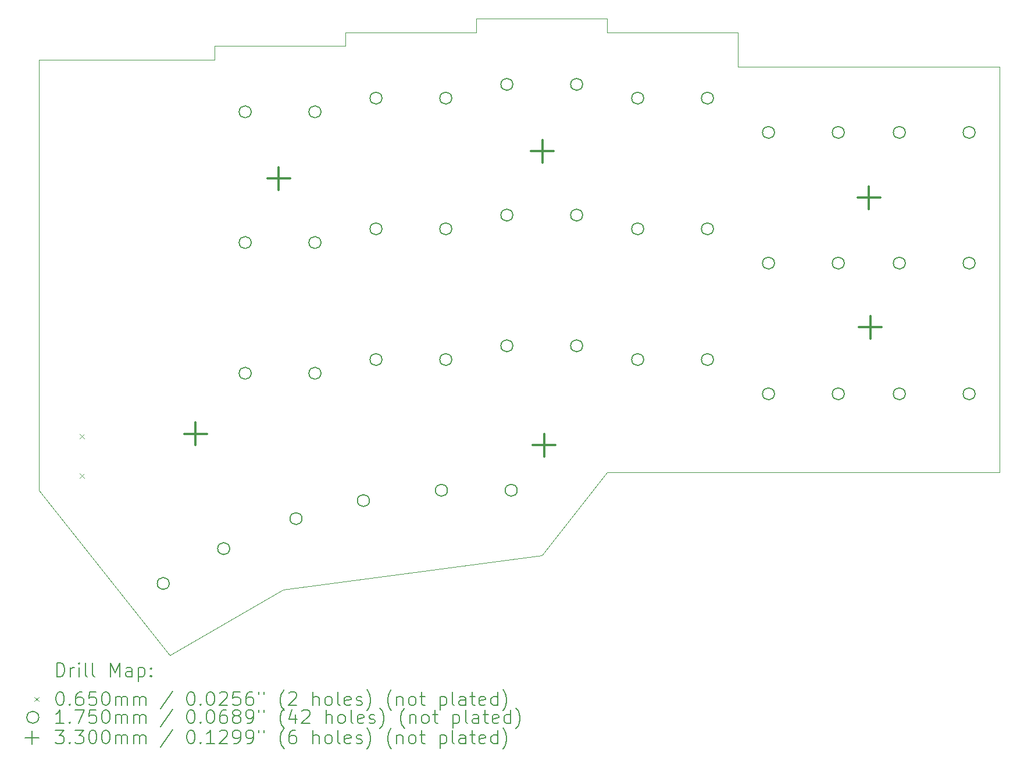
<source format=gbr>
%TF.GenerationSoftware,KiCad,Pcbnew,8.0.3*%
%TF.CreationDate,2024-06-14T18:21:21-07:00*%
%TF.ProjectId,Keyboard,4b657962-6f61-4726-942e-6b696361645f,rev?*%
%TF.SameCoordinates,Original*%
%TF.FileFunction,Drillmap*%
%TF.FilePolarity,Positive*%
%FSLAX45Y45*%
G04 Gerber Fmt 4.5, Leading zero omitted, Abs format (unit mm)*
G04 Created by KiCad (PCBNEW 8.0.3) date 2024-06-14 18:21:21*
%MOMM*%
%LPD*%
G01*
G04 APERTURE LIST*
%ADD10C,0.050000*%
%ADD11C,0.200000*%
%ADD12C,0.100000*%
%ADD13C,0.175000*%
%ADD14C,0.330000*%
G04 APERTURE END LIST*
D10*
X16724500Y-19421000D02*
X20534500Y-19421000D01*
X12914500Y-18921000D02*
X12914500Y-18721000D01*
X9104500Y-19121000D02*
X11009500Y-19121000D01*
X14819500Y-18921000D02*
X16724500Y-18921000D01*
X12914500Y-18721000D02*
X14819500Y-18721000D01*
X6547000Y-25596000D02*
X6548000Y-19321000D01*
X20534500Y-19421000D02*
X20534500Y-25336000D01*
X14819500Y-25336000D02*
X13870000Y-26545000D01*
X13870000Y-26545000D02*
X10100000Y-27045000D01*
X8450222Y-27997500D02*
X6547000Y-25596000D01*
X16724500Y-18921000D02*
X16724500Y-19421000D01*
X14819500Y-18721000D02*
X14819500Y-18921000D01*
X20534500Y-25336000D02*
X14819500Y-25336000D01*
X11009500Y-18921000D02*
X12914500Y-18921000D01*
X9104500Y-19321000D02*
X9104500Y-19121000D01*
X6548000Y-19321000D02*
X9104500Y-19321000D01*
X11009500Y-19121000D02*
X11009500Y-18921000D01*
X10100000Y-27045000D02*
X8450222Y-27997500D01*
D11*
D12*
X7143500Y-24773500D02*
X7208500Y-24838500D01*
X7208500Y-24773500D02*
X7143500Y-24838500D01*
X7143500Y-25351500D02*
X7208500Y-25416500D01*
X7208500Y-25351500D02*
X7143500Y-25416500D01*
D13*
X8443559Y-26954000D02*
G75*
G02*
X8268559Y-26954000I-87500J0D01*
G01*
X8268559Y-26954000D02*
G75*
G02*
X8443559Y-26954000I87500J0D01*
G01*
X9323441Y-26446000D02*
G75*
G02*
X9148441Y-26446000I-87500J0D01*
G01*
X9148441Y-26446000D02*
G75*
G02*
X9323441Y-26446000I87500J0D01*
G01*
X9636500Y-20080000D02*
G75*
G02*
X9461500Y-20080000I-87500J0D01*
G01*
X9461500Y-20080000D02*
G75*
G02*
X9636500Y-20080000I87500J0D01*
G01*
X9636500Y-21985000D02*
G75*
G02*
X9461500Y-21985000I-87500J0D01*
G01*
X9461500Y-21985000D02*
G75*
G02*
X9636500Y-21985000I87500J0D01*
G01*
X9636500Y-23890000D02*
G75*
G02*
X9461500Y-23890000I-87500J0D01*
G01*
X9461500Y-23890000D02*
G75*
G02*
X9636500Y-23890000I87500J0D01*
G01*
X10376810Y-26008480D02*
G75*
G02*
X10201810Y-26008480I-87500J0D01*
G01*
X10201810Y-26008480D02*
G75*
G02*
X10376810Y-26008480I87500J0D01*
G01*
X10652500Y-20080000D02*
G75*
G02*
X10477500Y-20080000I-87500J0D01*
G01*
X10477500Y-20080000D02*
G75*
G02*
X10652500Y-20080000I87500J0D01*
G01*
X10652500Y-21985000D02*
G75*
G02*
X10477500Y-21985000I-87500J0D01*
G01*
X10477500Y-21985000D02*
G75*
G02*
X10652500Y-21985000I87500J0D01*
G01*
X10652500Y-23890000D02*
G75*
G02*
X10477500Y-23890000I-87500J0D01*
G01*
X10477500Y-23890000D02*
G75*
G02*
X10652500Y-23890000I87500J0D01*
G01*
X11358190Y-25745520D02*
G75*
G02*
X11183190Y-25745520I-87500J0D01*
G01*
X11183190Y-25745520D02*
G75*
G02*
X11358190Y-25745520I87500J0D01*
G01*
X11541500Y-19880000D02*
G75*
G02*
X11366500Y-19880000I-87500J0D01*
G01*
X11366500Y-19880000D02*
G75*
G02*
X11541500Y-19880000I87500J0D01*
G01*
X11541500Y-21785000D02*
G75*
G02*
X11366500Y-21785000I-87500J0D01*
G01*
X11366500Y-21785000D02*
G75*
G02*
X11541500Y-21785000I87500J0D01*
G01*
X11541500Y-23690000D02*
G75*
G02*
X11366500Y-23690000I-87500J0D01*
G01*
X11366500Y-23690000D02*
G75*
G02*
X11541500Y-23690000I87500J0D01*
G01*
X12494000Y-25595000D02*
G75*
G02*
X12319000Y-25595000I-87500J0D01*
G01*
X12319000Y-25595000D02*
G75*
G02*
X12494000Y-25595000I87500J0D01*
G01*
X12557500Y-19880000D02*
G75*
G02*
X12382500Y-19880000I-87500J0D01*
G01*
X12382500Y-19880000D02*
G75*
G02*
X12557500Y-19880000I87500J0D01*
G01*
X12557500Y-21785000D02*
G75*
G02*
X12382500Y-21785000I-87500J0D01*
G01*
X12382500Y-21785000D02*
G75*
G02*
X12557500Y-21785000I87500J0D01*
G01*
X12557500Y-23690000D02*
G75*
G02*
X12382500Y-23690000I-87500J0D01*
G01*
X12382500Y-23690000D02*
G75*
G02*
X12557500Y-23690000I87500J0D01*
G01*
X13446500Y-19680000D02*
G75*
G02*
X13271500Y-19680000I-87500J0D01*
G01*
X13271500Y-19680000D02*
G75*
G02*
X13446500Y-19680000I87500J0D01*
G01*
X13446500Y-21585000D02*
G75*
G02*
X13271500Y-21585000I-87500J0D01*
G01*
X13271500Y-21585000D02*
G75*
G02*
X13446500Y-21585000I87500J0D01*
G01*
X13446500Y-23490000D02*
G75*
G02*
X13271500Y-23490000I-87500J0D01*
G01*
X13271500Y-23490000D02*
G75*
G02*
X13446500Y-23490000I87500J0D01*
G01*
X13510000Y-25595000D02*
G75*
G02*
X13335000Y-25595000I-87500J0D01*
G01*
X13335000Y-25595000D02*
G75*
G02*
X13510000Y-25595000I87500J0D01*
G01*
X14462500Y-19680000D02*
G75*
G02*
X14287500Y-19680000I-87500J0D01*
G01*
X14287500Y-19680000D02*
G75*
G02*
X14462500Y-19680000I87500J0D01*
G01*
X14462500Y-21585000D02*
G75*
G02*
X14287500Y-21585000I-87500J0D01*
G01*
X14287500Y-21585000D02*
G75*
G02*
X14462500Y-21585000I87500J0D01*
G01*
X14462500Y-23490000D02*
G75*
G02*
X14287500Y-23490000I-87500J0D01*
G01*
X14287500Y-23490000D02*
G75*
G02*
X14462500Y-23490000I87500J0D01*
G01*
X15351500Y-19880000D02*
G75*
G02*
X15176500Y-19880000I-87500J0D01*
G01*
X15176500Y-19880000D02*
G75*
G02*
X15351500Y-19880000I87500J0D01*
G01*
X15351500Y-21785000D02*
G75*
G02*
X15176500Y-21785000I-87500J0D01*
G01*
X15176500Y-21785000D02*
G75*
G02*
X15351500Y-21785000I87500J0D01*
G01*
X15351500Y-23690000D02*
G75*
G02*
X15176500Y-23690000I-87500J0D01*
G01*
X15176500Y-23690000D02*
G75*
G02*
X15351500Y-23690000I87500J0D01*
G01*
X16367500Y-19880000D02*
G75*
G02*
X16192500Y-19880000I-87500J0D01*
G01*
X16192500Y-19880000D02*
G75*
G02*
X16367500Y-19880000I87500J0D01*
G01*
X16367500Y-21785000D02*
G75*
G02*
X16192500Y-21785000I-87500J0D01*
G01*
X16192500Y-21785000D02*
G75*
G02*
X16367500Y-21785000I87500J0D01*
G01*
X16367500Y-23690000D02*
G75*
G02*
X16192500Y-23690000I-87500J0D01*
G01*
X16192500Y-23690000D02*
G75*
G02*
X16367500Y-23690000I87500J0D01*
G01*
X17256500Y-20380000D02*
G75*
G02*
X17081500Y-20380000I-87500J0D01*
G01*
X17081500Y-20380000D02*
G75*
G02*
X17256500Y-20380000I87500J0D01*
G01*
X17256500Y-22285000D02*
G75*
G02*
X17081500Y-22285000I-87500J0D01*
G01*
X17081500Y-22285000D02*
G75*
G02*
X17256500Y-22285000I87500J0D01*
G01*
X17256500Y-24190000D02*
G75*
G02*
X17081500Y-24190000I-87500J0D01*
G01*
X17081500Y-24190000D02*
G75*
G02*
X17256500Y-24190000I87500J0D01*
G01*
X18272500Y-20380000D02*
G75*
G02*
X18097500Y-20380000I-87500J0D01*
G01*
X18097500Y-20380000D02*
G75*
G02*
X18272500Y-20380000I87500J0D01*
G01*
X18272500Y-22285000D02*
G75*
G02*
X18097500Y-22285000I-87500J0D01*
G01*
X18097500Y-22285000D02*
G75*
G02*
X18272500Y-22285000I87500J0D01*
G01*
X18272500Y-24190000D02*
G75*
G02*
X18097500Y-24190000I-87500J0D01*
G01*
X18097500Y-24190000D02*
G75*
G02*
X18272500Y-24190000I87500J0D01*
G01*
X19161500Y-20380000D02*
G75*
G02*
X18986500Y-20380000I-87500J0D01*
G01*
X18986500Y-20380000D02*
G75*
G02*
X19161500Y-20380000I87500J0D01*
G01*
X19161500Y-22285000D02*
G75*
G02*
X18986500Y-22285000I-87500J0D01*
G01*
X18986500Y-22285000D02*
G75*
G02*
X19161500Y-22285000I87500J0D01*
G01*
X19161500Y-24190000D02*
G75*
G02*
X18986500Y-24190000I-87500J0D01*
G01*
X18986500Y-24190000D02*
G75*
G02*
X19161500Y-24190000I87500J0D01*
G01*
X20177500Y-20380000D02*
G75*
G02*
X20002500Y-20380000I-87500J0D01*
G01*
X20002500Y-20380000D02*
G75*
G02*
X20177500Y-20380000I87500J0D01*
G01*
X20177500Y-22285000D02*
G75*
G02*
X20002500Y-22285000I-87500J0D01*
G01*
X20002500Y-22285000D02*
G75*
G02*
X20177500Y-22285000I87500J0D01*
G01*
X20177500Y-24190000D02*
G75*
G02*
X20002500Y-24190000I-87500J0D01*
G01*
X20002500Y-24190000D02*
G75*
G02*
X20177500Y-24190000I87500J0D01*
G01*
D14*
X8825000Y-24607000D02*
X8825000Y-24937000D01*
X8660000Y-24772000D02*
X8990000Y-24772000D01*
X10038000Y-20886000D02*
X10038000Y-21216000D01*
X9873000Y-21051000D02*
X10203000Y-21051000D01*
X13877000Y-20489000D02*
X13877000Y-20819000D01*
X13712000Y-20654000D02*
X14042000Y-20654000D01*
X13904000Y-24771000D02*
X13904000Y-25101000D01*
X13739000Y-24936000D02*
X14069000Y-24936000D01*
X18631000Y-21167000D02*
X18631000Y-21497000D01*
X18466000Y-21332000D02*
X18796000Y-21332000D01*
X18651000Y-23055000D02*
X18651000Y-23385000D01*
X18486000Y-23220000D02*
X18816000Y-23220000D01*
D11*
X6805277Y-28311484D02*
X6805277Y-28111484D01*
X6805277Y-28111484D02*
X6852896Y-28111484D01*
X6852896Y-28111484D02*
X6881467Y-28121008D01*
X6881467Y-28121008D02*
X6900515Y-28140055D01*
X6900515Y-28140055D02*
X6910039Y-28159103D01*
X6910039Y-28159103D02*
X6919562Y-28197198D01*
X6919562Y-28197198D02*
X6919562Y-28225769D01*
X6919562Y-28225769D02*
X6910039Y-28263865D01*
X6910039Y-28263865D02*
X6900515Y-28282912D01*
X6900515Y-28282912D02*
X6881467Y-28301960D01*
X6881467Y-28301960D02*
X6852896Y-28311484D01*
X6852896Y-28311484D02*
X6805277Y-28311484D01*
X7005277Y-28311484D02*
X7005277Y-28178150D01*
X7005277Y-28216246D02*
X7014801Y-28197198D01*
X7014801Y-28197198D02*
X7024324Y-28187674D01*
X7024324Y-28187674D02*
X7043372Y-28178150D01*
X7043372Y-28178150D02*
X7062420Y-28178150D01*
X7129086Y-28311484D02*
X7129086Y-28178150D01*
X7129086Y-28111484D02*
X7119562Y-28121008D01*
X7119562Y-28121008D02*
X7129086Y-28130531D01*
X7129086Y-28130531D02*
X7138610Y-28121008D01*
X7138610Y-28121008D02*
X7129086Y-28111484D01*
X7129086Y-28111484D02*
X7129086Y-28130531D01*
X7252896Y-28311484D02*
X7233848Y-28301960D01*
X7233848Y-28301960D02*
X7224324Y-28282912D01*
X7224324Y-28282912D02*
X7224324Y-28111484D01*
X7357658Y-28311484D02*
X7338610Y-28301960D01*
X7338610Y-28301960D02*
X7329086Y-28282912D01*
X7329086Y-28282912D02*
X7329086Y-28111484D01*
X7586229Y-28311484D02*
X7586229Y-28111484D01*
X7586229Y-28111484D02*
X7652896Y-28254341D01*
X7652896Y-28254341D02*
X7719562Y-28111484D01*
X7719562Y-28111484D02*
X7719562Y-28311484D01*
X7900515Y-28311484D02*
X7900515Y-28206722D01*
X7900515Y-28206722D02*
X7890991Y-28187674D01*
X7890991Y-28187674D02*
X7871943Y-28178150D01*
X7871943Y-28178150D02*
X7833848Y-28178150D01*
X7833848Y-28178150D02*
X7814801Y-28187674D01*
X7900515Y-28301960D02*
X7881467Y-28311484D01*
X7881467Y-28311484D02*
X7833848Y-28311484D01*
X7833848Y-28311484D02*
X7814801Y-28301960D01*
X7814801Y-28301960D02*
X7805277Y-28282912D01*
X7805277Y-28282912D02*
X7805277Y-28263865D01*
X7805277Y-28263865D02*
X7814801Y-28244817D01*
X7814801Y-28244817D02*
X7833848Y-28235293D01*
X7833848Y-28235293D02*
X7881467Y-28235293D01*
X7881467Y-28235293D02*
X7900515Y-28225769D01*
X7995753Y-28178150D02*
X7995753Y-28378150D01*
X7995753Y-28187674D02*
X8014801Y-28178150D01*
X8014801Y-28178150D02*
X8052896Y-28178150D01*
X8052896Y-28178150D02*
X8071943Y-28187674D01*
X8071943Y-28187674D02*
X8081467Y-28197198D01*
X8081467Y-28197198D02*
X8090991Y-28216246D01*
X8090991Y-28216246D02*
X8090991Y-28273388D01*
X8090991Y-28273388D02*
X8081467Y-28292436D01*
X8081467Y-28292436D02*
X8071943Y-28301960D01*
X8071943Y-28301960D02*
X8052896Y-28311484D01*
X8052896Y-28311484D02*
X8014801Y-28311484D01*
X8014801Y-28311484D02*
X7995753Y-28301960D01*
X8176705Y-28292436D02*
X8186229Y-28301960D01*
X8186229Y-28301960D02*
X8176705Y-28311484D01*
X8176705Y-28311484D02*
X8167182Y-28301960D01*
X8167182Y-28301960D02*
X8176705Y-28292436D01*
X8176705Y-28292436D02*
X8176705Y-28311484D01*
X8176705Y-28187674D02*
X8186229Y-28197198D01*
X8186229Y-28197198D02*
X8176705Y-28206722D01*
X8176705Y-28206722D02*
X8167182Y-28197198D01*
X8167182Y-28197198D02*
X8176705Y-28187674D01*
X8176705Y-28187674D02*
X8176705Y-28206722D01*
D12*
X6479500Y-28607500D02*
X6544500Y-28672500D01*
X6544500Y-28607500D02*
X6479500Y-28672500D01*
D11*
X6843372Y-28531484D02*
X6862420Y-28531484D01*
X6862420Y-28531484D02*
X6881467Y-28541008D01*
X6881467Y-28541008D02*
X6890991Y-28550531D01*
X6890991Y-28550531D02*
X6900515Y-28569579D01*
X6900515Y-28569579D02*
X6910039Y-28607674D01*
X6910039Y-28607674D02*
X6910039Y-28655293D01*
X6910039Y-28655293D02*
X6900515Y-28693388D01*
X6900515Y-28693388D02*
X6890991Y-28712436D01*
X6890991Y-28712436D02*
X6881467Y-28721960D01*
X6881467Y-28721960D02*
X6862420Y-28731484D01*
X6862420Y-28731484D02*
X6843372Y-28731484D01*
X6843372Y-28731484D02*
X6824324Y-28721960D01*
X6824324Y-28721960D02*
X6814801Y-28712436D01*
X6814801Y-28712436D02*
X6805277Y-28693388D01*
X6805277Y-28693388D02*
X6795753Y-28655293D01*
X6795753Y-28655293D02*
X6795753Y-28607674D01*
X6795753Y-28607674D02*
X6805277Y-28569579D01*
X6805277Y-28569579D02*
X6814801Y-28550531D01*
X6814801Y-28550531D02*
X6824324Y-28541008D01*
X6824324Y-28541008D02*
X6843372Y-28531484D01*
X6995753Y-28712436D02*
X7005277Y-28721960D01*
X7005277Y-28721960D02*
X6995753Y-28731484D01*
X6995753Y-28731484D02*
X6986229Y-28721960D01*
X6986229Y-28721960D02*
X6995753Y-28712436D01*
X6995753Y-28712436D02*
X6995753Y-28731484D01*
X7176705Y-28531484D02*
X7138610Y-28531484D01*
X7138610Y-28531484D02*
X7119562Y-28541008D01*
X7119562Y-28541008D02*
X7110039Y-28550531D01*
X7110039Y-28550531D02*
X7090991Y-28579103D01*
X7090991Y-28579103D02*
X7081467Y-28617198D01*
X7081467Y-28617198D02*
X7081467Y-28693388D01*
X7081467Y-28693388D02*
X7090991Y-28712436D01*
X7090991Y-28712436D02*
X7100515Y-28721960D01*
X7100515Y-28721960D02*
X7119562Y-28731484D01*
X7119562Y-28731484D02*
X7157658Y-28731484D01*
X7157658Y-28731484D02*
X7176705Y-28721960D01*
X7176705Y-28721960D02*
X7186229Y-28712436D01*
X7186229Y-28712436D02*
X7195753Y-28693388D01*
X7195753Y-28693388D02*
X7195753Y-28645769D01*
X7195753Y-28645769D02*
X7186229Y-28626722D01*
X7186229Y-28626722D02*
X7176705Y-28617198D01*
X7176705Y-28617198D02*
X7157658Y-28607674D01*
X7157658Y-28607674D02*
X7119562Y-28607674D01*
X7119562Y-28607674D02*
X7100515Y-28617198D01*
X7100515Y-28617198D02*
X7090991Y-28626722D01*
X7090991Y-28626722D02*
X7081467Y-28645769D01*
X7376705Y-28531484D02*
X7281467Y-28531484D01*
X7281467Y-28531484D02*
X7271943Y-28626722D01*
X7271943Y-28626722D02*
X7281467Y-28617198D01*
X7281467Y-28617198D02*
X7300515Y-28607674D01*
X7300515Y-28607674D02*
X7348134Y-28607674D01*
X7348134Y-28607674D02*
X7367182Y-28617198D01*
X7367182Y-28617198D02*
X7376705Y-28626722D01*
X7376705Y-28626722D02*
X7386229Y-28645769D01*
X7386229Y-28645769D02*
X7386229Y-28693388D01*
X7386229Y-28693388D02*
X7376705Y-28712436D01*
X7376705Y-28712436D02*
X7367182Y-28721960D01*
X7367182Y-28721960D02*
X7348134Y-28731484D01*
X7348134Y-28731484D02*
X7300515Y-28731484D01*
X7300515Y-28731484D02*
X7281467Y-28721960D01*
X7281467Y-28721960D02*
X7271943Y-28712436D01*
X7510039Y-28531484D02*
X7529086Y-28531484D01*
X7529086Y-28531484D02*
X7548134Y-28541008D01*
X7548134Y-28541008D02*
X7557658Y-28550531D01*
X7557658Y-28550531D02*
X7567182Y-28569579D01*
X7567182Y-28569579D02*
X7576705Y-28607674D01*
X7576705Y-28607674D02*
X7576705Y-28655293D01*
X7576705Y-28655293D02*
X7567182Y-28693388D01*
X7567182Y-28693388D02*
X7557658Y-28712436D01*
X7557658Y-28712436D02*
X7548134Y-28721960D01*
X7548134Y-28721960D02*
X7529086Y-28731484D01*
X7529086Y-28731484D02*
X7510039Y-28731484D01*
X7510039Y-28731484D02*
X7490991Y-28721960D01*
X7490991Y-28721960D02*
X7481467Y-28712436D01*
X7481467Y-28712436D02*
X7471943Y-28693388D01*
X7471943Y-28693388D02*
X7462420Y-28655293D01*
X7462420Y-28655293D02*
X7462420Y-28607674D01*
X7462420Y-28607674D02*
X7471943Y-28569579D01*
X7471943Y-28569579D02*
X7481467Y-28550531D01*
X7481467Y-28550531D02*
X7490991Y-28541008D01*
X7490991Y-28541008D02*
X7510039Y-28531484D01*
X7662420Y-28731484D02*
X7662420Y-28598150D01*
X7662420Y-28617198D02*
X7671943Y-28607674D01*
X7671943Y-28607674D02*
X7690991Y-28598150D01*
X7690991Y-28598150D02*
X7719563Y-28598150D01*
X7719563Y-28598150D02*
X7738610Y-28607674D01*
X7738610Y-28607674D02*
X7748134Y-28626722D01*
X7748134Y-28626722D02*
X7748134Y-28731484D01*
X7748134Y-28626722D02*
X7757658Y-28607674D01*
X7757658Y-28607674D02*
X7776705Y-28598150D01*
X7776705Y-28598150D02*
X7805277Y-28598150D01*
X7805277Y-28598150D02*
X7824324Y-28607674D01*
X7824324Y-28607674D02*
X7833848Y-28626722D01*
X7833848Y-28626722D02*
X7833848Y-28731484D01*
X7929086Y-28731484D02*
X7929086Y-28598150D01*
X7929086Y-28617198D02*
X7938610Y-28607674D01*
X7938610Y-28607674D02*
X7957658Y-28598150D01*
X7957658Y-28598150D02*
X7986229Y-28598150D01*
X7986229Y-28598150D02*
X8005277Y-28607674D01*
X8005277Y-28607674D02*
X8014801Y-28626722D01*
X8014801Y-28626722D02*
X8014801Y-28731484D01*
X8014801Y-28626722D02*
X8024324Y-28607674D01*
X8024324Y-28607674D02*
X8043372Y-28598150D01*
X8043372Y-28598150D02*
X8071943Y-28598150D01*
X8071943Y-28598150D02*
X8090991Y-28607674D01*
X8090991Y-28607674D02*
X8100515Y-28626722D01*
X8100515Y-28626722D02*
X8100515Y-28731484D01*
X8490991Y-28521960D02*
X8319563Y-28779103D01*
X8748134Y-28531484D02*
X8767182Y-28531484D01*
X8767182Y-28531484D02*
X8786229Y-28541008D01*
X8786229Y-28541008D02*
X8795753Y-28550531D01*
X8795753Y-28550531D02*
X8805277Y-28569579D01*
X8805277Y-28569579D02*
X8814801Y-28607674D01*
X8814801Y-28607674D02*
X8814801Y-28655293D01*
X8814801Y-28655293D02*
X8805277Y-28693388D01*
X8805277Y-28693388D02*
X8795753Y-28712436D01*
X8795753Y-28712436D02*
X8786229Y-28721960D01*
X8786229Y-28721960D02*
X8767182Y-28731484D01*
X8767182Y-28731484D02*
X8748134Y-28731484D01*
X8748134Y-28731484D02*
X8729087Y-28721960D01*
X8729087Y-28721960D02*
X8719563Y-28712436D01*
X8719563Y-28712436D02*
X8710039Y-28693388D01*
X8710039Y-28693388D02*
X8700515Y-28655293D01*
X8700515Y-28655293D02*
X8700515Y-28607674D01*
X8700515Y-28607674D02*
X8710039Y-28569579D01*
X8710039Y-28569579D02*
X8719563Y-28550531D01*
X8719563Y-28550531D02*
X8729087Y-28541008D01*
X8729087Y-28541008D02*
X8748134Y-28531484D01*
X8900515Y-28712436D02*
X8910039Y-28721960D01*
X8910039Y-28721960D02*
X8900515Y-28731484D01*
X8900515Y-28731484D02*
X8890991Y-28721960D01*
X8890991Y-28721960D02*
X8900515Y-28712436D01*
X8900515Y-28712436D02*
X8900515Y-28731484D01*
X9033848Y-28531484D02*
X9052896Y-28531484D01*
X9052896Y-28531484D02*
X9071944Y-28541008D01*
X9071944Y-28541008D02*
X9081468Y-28550531D01*
X9081468Y-28550531D02*
X9090991Y-28569579D01*
X9090991Y-28569579D02*
X9100515Y-28607674D01*
X9100515Y-28607674D02*
X9100515Y-28655293D01*
X9100515Y-28655293D02*
X9090991Y-28693388D01*
X9090991Y-28693388D02*
X9081468Y-28712436D01*
X9081468Y-28712436D02*
X9071944Y-28721960D01*
X9071944Y-28721960D02*
X9052896Y-28731484D01*
X9052896Y-28731484D02*
X9033848Y-28731484D01*
X9033848Y-28731484D02*
X9014801Y-28721960D01*
X9014801Y-28721960D02*
X9005277Y-28712436D01*
X9005277Y-28712436D02*
X8995753Y-28693388D01*
X8995753Y-28693388D02*
X8986229Y-28655293D01*
X8986229Y-28655293D02*
X8986229Y-28607674D01*
X8986229Y-28607674D02*
X8995753Y-28569579D01*
X8995753Y-28569579D02*
X9005277Y-28550531D01*
X9005277Y-28550531D02*
X9014801Y-28541008D01*
X9014801Y-28541008D02*
X9033848Y-28531484D01*
X9176706Y-28550531D02*
X9186229Y-28541008D01*
X9186229Y-28541008D02*
X9205277Y-28531484D01*
X9205277Y-28531484D02*
X9252896Y-28531484D01*
X9252896Y-28531484D02*
X9271944Y-28541008D01*
X9271944Y-28541008D02*
X9281468Y-28550531D01*
X9281468Y-28550531D02*
X9290991Y-28569579D01*
X9290991Y-28569579D02*
X9290991Y-28588627D01*
X9290991Y-28588627D02*
X9281468Y-28617198D01*
X9281468Y-28617198D02*
X9167182Y-28731484D01*
X9167182Y-28731484D02*
X9290991Y-28731484D01*
X9471944Y-28531484D02*
X9376706Y-28531484D01*
X9376706Y-28531484D02*
X9367182Y-28626722D01*
X9367182Y-28626722D02*
X9376706Y-28617198D01*
X9376706Y-28617198D02*
X9395753Y-28607674D01*
X9395753Y-28607674D02*
X9443372Y-28607674D01*
X9443372Y-28607674D02*
X9462420Y-28617198D01*
X9462420Y-28617198D02*
X9471944Y-28626722D01*
X9471944Y-28626722D02*
X9481468Y-28645769D01*
X9481468Y-28645769D02*
X9481468Y-28693388D01*
X9481468Y-28693388D02*
X9471944Y-28712436D01*
X9471944Y-28712436D02*
X9462420Y-28721960D01*
X9462420Y-28721960D02*
X9443372Y-28731484D01*
X9443372Y-28731484D02*
X9395753Y-28731484D01*
X9395753Y-28731484D02*
X9376706Y-28721960D01*
X9376706Y-28721960D02*
X9367182Y-28712436D01*
X9652896Y-28531484D02*
X9614801Y-28531484D01*
X9614801Y-28531484D02*
X9595753Y-28541008D01*
X9595753Y-28541008D02*
X9586229Y-28550531D01*
X9586229Y-28550531D02*
X9567182Y-28579103D01*
X9567182Y-28579103D02*
X9557658Y-28617198D01*
X9557658Y-28617198D02*
X9557658Y-28693388D01*
X9557658Y-28693388D02*
X9567182Y-28712436D01*
X9567182Y-28712436D02*
X9576706Y-28721960D01*
X9576706Y-28721960D02*
X9595753Y-28731484D01*
X9595753Y-28731484D02*
X9633849Y-28731484D01*
X9633849Y-28731484D02*
X9652896Y-28721960D01*
X9652896Y-28721960D02*
X9662420Y-28712436D01*
X9662420Y-28712436D02*
X9671944Y-28693388D01*
X9671944Y-28693388D02*
X9671944Y-28645769D01*
X9671944Y-28645769D02*
X9662420Y-28626722D01*
X9662420Y-28626722D02*
X9652896Y-28617198D01*
X9652896Y-28617198D02*
X9633849Y-28607674D01*
X9633849Y-28607674D02*
X9595753Y-28607674D01*
X9595753Y-28607674D02*
X9576706Y-28617198D01*
X9576706Y-28617198D02*
X9567182Y-28626722D01*
X9567182Y-28626722D02*
X9557658Y-28645769D01*
X9748134Y-28531484D02*
X9748134Y-28569579D01*
X9824325Y-28531484D02*
X9824325Y-28569579D01*
X10119563Y-28807674D02*
X10110039Y-28798150D01*
X10110039Y-28798150D02*
X10090991Y-28769579D01*
X10090991Y-28769579D02*
X10081468Y-28750531D01*
X10081468Y-28750531D02*
X10071944Y-28721960D01*
X10071944Y-28721960D02*
X10062420Y-28674341D01*
X10062420Y-28674341D02*
X10062420Y-28636246D01*
X10062420Y-28636246D02*
X10071944Y-28588627D01*
X10071944Y-28588627D02*
X10081468Y-28560055D01*
X10081468Y-28560055D02*
X10090991Y-28541008D01*
X10090991Y-28541008D02*
X10110039Y-28512436D01*
X10110039Y-28512436D02*
X10119563Y-28502912D01*
X10186230Y-28550531D02*
X10195753Y-28541008D01*
X10195753Y-28541008D02*
X10214801Y-28531484D01*
X10214801Y-28531484D02*
X10262420Y-28531484D01*
X10262420Y-28531484D02*
X10281468Y-28541008D01*
X10281468Y-28541008D02*
X10290991Y-28550531D01*
X10290991Y-28550531D02*
X10300515Y-28569579D01*
X10300515Y-28569579D02*
X10300515Y-28588627D01*
X10300515Y-28588627D02*
X10290991Y-28617198D01*
X10290991Y-28617198D02*
X10176706Y-28731484D01*
X10176706Y-28731484D02*
X10300515Y-28731484D01*
X10538611Y-28731484D02*
X10538611Y-28531484D01*
X10624325Y-28731484D02*
X10624325Y-28626722D01*
X10624325Y-28626722D02*
X10614801Y-28607674D01*
X10614801Y-28607674D02*
X10595753Y-28598150D01*
X10595753Y-28598150D02*
X10567182Y-28598150D01*
X10567182Y-28598150D02*
X10548134Y-28607674D01*
X10548134Y-28607674D02*
X10538611Y-28617198D01*
X10748134Y-28731484D02*
X10729087Y-28721960D01*
X10729087Y-28721960D02*
X10719563Y-28712436D01*
X10719563Y-28712436D02*
X10710039Y-28693388D01*
X10710039Y-28693388D02*
X10710039Y-28636246D01*
X10710039Y-28636246D02*
X10719563Y-28617198D01*
X10719563Y-28617198D02*
X10729087Y-28607674D01*
X10729087Y-28607674D02*
X10748134Y-28598150D01*
X10748134Y-28598150D02*
X10776706Y-28598150D01*
X10776706Y-28598150D02*
X10795753Y-28607674D01*
X10795753Y-28607674D02*
X10805277Y-28617198D01*
X10805277Y-28617198D02*
X10814801Y-28636246D01*
X10814801Y-28636246D02*
X10814801Y-28693388D01*
X10814801Y-28693388D02*
X10805277Y-28712436D01*
X10805277Y-28712436D02*
X10795753Y-28721960D01*
X10795753Y-28721960D02*
X10776706Y-28731484D01*
X10776706Y-28731484D02*
X10748134Y-28731484D01*
X10929087Y-28731484D02*
X10910039Y-28721960D01*
X10910039Y-28721960D02*
X10900515Y-28702912D01*
X10900515Y-28702912D02*
X10900515Y-28531484D01*
X11081468Y-28721960D02*
X11062420Y-28731484D01*
X11062420Y-28731484D02*
X11024325Y-28731484D01*
X11024325Y-28731484D02*
X11005277Y-28721960D01*
X11005277Y-28721960D02*
X10995753Y-28702912D01*
X10995753Y-28702912D02*
X10995753Y-28626722D01*
X10995753Y-28626722D02*
X11005277Y-28607674D01*
X11005277Y-28607674D02*
X11024325Y-28598150D01*
X11024325Y-28598150D02*
X11062420Y-28598150D01*
X11062420Y-28598150D02*
X11081468Y-28607674D01*
X11081468Y-28607674D02*
X11090992Y-28626722D01*
X11090992Y-28626722D02*
X11090992Y-28645769D01*
X11090992Y-28645769D02*
X10995753Y-28664817D01*
X11167182Y-28721960D02*
X11186230Y-28731484D01*
X11186230Y-28731484D02*
X11224325Y-28731484D01*
X11224325Y-28731484D02*
X11243372Y-28721960D01*
X11243372Y-28721960D02*
X11252896Y-28702912D01*
X11252896Y-28702912D02*
X11252896Y-28693388D01*
X11252896Y-28693388D02*
X11243372Y-28674341D01*
X11243372Y-28674341D02*
X11224325Y-28664817D01*
X11224325Y-28664817D02*
X11195753Y-28664817D01*
X11195753Y-28664817D02*
X11176706Y-28655293D01*
X11176706Y-28655293D02*
X11167182Y-28636246D01*
X11167182Y-28636246D02*
X11167182Y-28626722D01*
X11167182Y-28626722D02*
X11176706Y-28607674D01*
X11176706Y-28607674D02*
X11195753Y-28598150D01*
X11195753Y-28598150D02*
X11224325Y-28598150D01*
X11224325Y-28598150D02*
X11243372Y-28607674D01*
X11319563Y-28807674D02*
X11329087Y-28798150D01*
X11329087Y-28798150D02*
X11348134Y-28769579D01*
X11348134Y-28769579D02*
X11357658Y-28750531D01*
X11357658Y-28750531D02*
X11367182Y-28721960D01*
X11367182Y-28721960D02*
X11376706Y-28674341D01*
X11376706Y-28674341D02*
X11376706Y-28636246D01*
X11376706Y-28636246D02*
X11367182Y-28588627D01*
X11367182Y-28588627D02*
X11357658Y-28560055D01*
X11357658Y-28560055D02*
X11348134Y-28541008D01*
X11348134Y-28541008D02*
X11329087Y-28512436D01*
X11329087Y-28512436D02*
X11319563Y-28502912D01*
X11681468Y-28807674D02*
X11671944Y-28798150D01*
X11671944Y-28798150D02*
X11652896Y-28769579D01*
X11652896Y-28769579D02*
X11643372Y-28750531D01*
X11643372Y-28750531D02*
X11633849Y-28721960D01*
X11633849Y-28721960D02*
X11624325Y-28674341D01*
X11624325Y-28674341D02*
X11624325Y-28636246D01*
X11624325Y-28636246D02*
X11633849Y-28588627D01*
X11633849Y-28588627D02*
X11643372Y-28560055D01*
X11643372Y-28560055D02*
X11652896Y-28541008D01*
X11652896Y-28541008D02*
X11671944Y-28512436D01*
X11671944Y-28512436D02*
X11681468Y-28502912D01*
X11757658Y-28598150D02*
X11757658Y-28731484D01*
X11757658Y-28617198D02*
X11767182Y-28607674D01*
X11767182Y-28607674D02*
X11786230Y-28598150D01*
X11786230Y-28598150D02*
X11814801Y-28598150D01*
X11814801Y-28598150D02*
X11833849Y-28607674D01*
X11833849Y-28607674D02*
X11843372Y-28626722D01*
X11843372Y-28626722D02*
X11843372Y-28731484D01*
X11967182Y-28731484D02*
X11948134Y-28721960D01*
X11948134Y-28721960D02*
X11938611Y-28712436D01*
X11938611Y-28712436D02*
X11929087Y-28693388D01*
X11929087Y-28693388D02*
X11929087Y-28636246D01*
X11929087Y-28636246D02*
X11938611Y-28617198D01*
X11938611Y-28617198D02*
X11948134Y-28607674D01*
X11948134Y-28607674D02*
X11967182Y-28598150D01*
X11967182Y-28598150D02*
X11995753Y-28598150D01*
X11995753Y-28598150D02*
X12014801Y-28607674D01*
X12014801Y-28607674D02*
X12024325Y-28617198D01*
X12024325Y-28617198D02*
X12033849Y-28636246D01*
X12033849Y-28636246D02*
X12033849Y-28693388D01*
X12033849Y-28693388D02*
X12024325Y-28712436D01*
X12024325Y-28712436D02*
X12014801Y-28721960D01*
X12014801Y-28721960D02*
X11995753Y-28731484D01*
X11995753Y-28731484D02*
X11967182Y-28731484D01*
X12090992Y-28598150D02*
X12167182Y-28598150D01*
X12119563Y-28531484D02*
X12119563Y-28702912D01*
X12119563Y-28702912D02*
X12129087Y-28721960D01*
X12129087Y-28721960D02*
X12148134Y-28731484D01*
X12148134Y-28731484D02*
X12167182Y-28731484D01*
X12386230Y-28598150D02*
X12386230Y-28798150D01*
X12386230Y-28607674D02*
X12405277Y-28598150D01*
X12405277Y-28598150D02*
X12443373Y-28598150D01*
X12443373Y-28598150D02*
X12462420Y-28607674D01*
X12462420Y-28607674D02*
X12471944Y-28617198D01*
X12471944Y-28617198D02*
X12481468Y-28636246D01*
X12481468Y-28636246D02*
X12481468Y-28693388D01*
X12481468Y-28693388D02*
X12471944Y-28712436D01*
X12471944Y-28712436D02*
X12462420Y-28721960D01*
X12462420Y-28721960D02*
X12443373Y-28731484D01*
X12443373Y-28731484D02*
X12405277Y-28731484D01*
X12405277Y-28731484D02*
X12386230Y-28721960D01*
X12595753Y-28731484D02*
X12576706Y-28721960D01*
X12576706Y-28721960D02*
X12567182Y-28702912D01*
X12567182Y-28702912D02*
X12567182Y-28531484D01*
X12757658Y-28731484D02*
X12757658Y-28626722D01*
X12757658Y-28626722D02*
X12748134Y-28607674D01*
X12748134Y-28607674D02*
X12729087Y-28598150D01*
X12729087Y-28598150D02*
X12690992Y-28598150D01*
X12690992Y-28598150D02*
X12671944Y-28607674D01*
X12757658Y-28721960D02*
X12738611Y-28731484D01*
X12738611Y-28731484D02*
X12690992Y-28731484D01*
X12690992Y-28731484D02*
X12671944Y-28721960D01*
X12671944Y-28721960D02*
X12662420Y-28702912D01*
X12662420Y-28702912D02*
X12662420Y-28683865D01*
X12662420Y-28683865D02*
X12671944Y-28664817D01*
X12671944Y-28664817D02*
X12690992Y-28655293D01*
X12690992Y-28655293D02*
X12738611Y-28655293D01*
X12738611Y-28655293D02*
X12757658Y-28645769D01*
X12824325Y-28598150D02*
X12900515Y-28598150D01*
X12852896Y-28531484D02*
X12852896Y-28702912D01*
X12852896Y-28702912D02*
X12862420Y-28721960D01*
X12862420Y-28721960D02*
X12881468Y-28731484D01*
X12881468Y-28731484D02*
X12900515Y-28731484D01*
X13043373Y-28721960D02*
X13024325Y-28731484D01*
X13024325Y-28731484D02*
X12986230Y-28731484D01*
X12986230Y-28731484D02*
X12967182Y-28721960D01*
X12967182Y-28721960D02*
X12957658Y-28702912D01*
X12957658Y-28702912D02*
X12957658Y-28626722D01*
X12957658Y-28626722D02*
X12967182Y-28607674D01*
X12967182Y-28607674D02*
X12986230Y-28598150D01*
X12986230Y-28598150D02*
X13024325Y-28598150D01*
X13024325Y-28598150D02*
X13043373Y-28607674D01*
X13043373Y-28607674D02*
X13052896Y-28626722D01*
X13052896Y-28626722D02*
X13052896Y-28645769D01*
X13052896Y-28645769D02*
X12957658Y-28664817D01*
X13224325Y-28731484D02*
X13224325Y-28531484D01*
X13224325Y-28721960D02*
X13205277Y-28731484D01*
X13205277Y-28731484D02*
X13167182Y-28731484D01*
X13167182Y-28731484D02*
X13148134Y-28721960D01*
X13148134Y-28721960D02*
X13138611Y-28712436D01*
X13138611Y-28712436D02*
X13129087Y-28693388D01*
X13129087Y-28693388D02*
X13129087Y-28636246D01*
X13129087Y-28636246D02*
X13138611Y-28617198D01*
X13138611Y-28617198D02*
X13148134Y-28607674D01*
X13148134Y-28607674D02*
X13167182Y-28598150D01*
X13167182Y-28598150D02*
X13205277Y-28598150D01*
X13205277Y-28598150D02*
X13224325Y-28607674D01*
X13300515Y-28807674D02*
X13310039Y-28798150D01*
X13310039Y-28798150D02*
X13329087Y-28769579D01*
X13329087Y-28769579D02*
X13338611Y-28750531D01*
X13338611Y-28750531D02*
X13348134Y-28721960D01*
X13348134Y-28721960D02*
X13357658Y-28674341D01*
X13357658Y-28674341D02*
X13357658Y-28636246D01*
X13357658Y-28636246D02*
X13348134Y-28588627D01*
X13348134Y-28588627D02*
X13338611Y-28560055D01*
X13338611Y-28560055D02*
X13329087Y-28541008D01*
X13329087Y-28541008D02*
X13310039Y-28512436D01*
X13310039Y-28512436D02*
X13300515Y-28502912D01*
D13*
X6544500Y-28904000D02*
G75*
G02*
X6369500Y-28904000I-87500J0D01*
G01*
X6369500Y-28904000D02*
G75*
G02*
X6544500Y-28904000I87500J0D01*
G01*
D11*
X6910039Y-28995484D02*
X6795753Y-28995484D01*
X6852896Y-28995484D02*
X6852896Y-28795484D01*
X6852896Y-28795484D02*
X6833848Y-28824055D01*
X6833848Y-28824055D02*
X6814801Y-28843103D01*
X6814801Y-28843103D02*
X6795753Y-28852627D01*
X6995753Y-28976436D02*
X7005277Y-28985960D01*
X7005277Y-28985960D02*
X6995753Y-28995484D01*
X6995753Y-28995484D02*
X6986229Y-28985960D01*
X6986229Y-28985960D02*
X6995753Y-28976436D01*
X6995753Y-28976436D02*
X6995753Y-28995484D01*
X7071943Y-28795484D02*
X7205277Y-28795484D01*
X7205277Y-28795484D02*
X7119562Y-28995484D01*
X7376705Y-28795484D02*
X7281467Y-28795484D01*
X7281467Y-28795484D02*
X7271943Y-28890722D01*
X7271943Y-28890722D02*
X7281467Y-28881198D01*
X7281467Y-28881198D02*
X7300515Y-28871674D01*
X7300515Y-28871674D02*
X7348134Y-28871674D01*
X7348134Y-28871674D02*
X7367182Y-28881198D01*
X7367182Y-28881198D02*
X7376705Y-28890722D01*
X7376705Y-28890722D02*
X7386229Y-28909769D01*
X7386229Y-28909769D02*
X7386229Y-28957388D01*
X7386229Y-28957388D02*
X7376705Y-28976436D01*
X7376705Y-28976436D02*
X7367182Y-28985960D01*
X7367182Y-28985960D02*
X7348134Y-28995484D01*
X7348134Y-28995484D02*
X7300515Y-28995484D01*
X7300515Y-28995484D02*
X7281467Y-28985960D01*
X7281467Y-28985960D02*
X7271943Y-28976436D01*
X7510039Y-28795484D02*
X7529086Y-28795484D01*
X7529086Y-28795484D02*
X7548134Y-28805008D01*
X7548134Y-28805008D02*
X7557658Y-28814531D01*
X7557658Y-28814531D02*
X7567182Y-28833579D01*
X7567182Y-28833579D02*
X7576705Y-28871674D01*
X7576705Y-28871674D02*
X7576705Y-28919293D01*
X7576705Y-28919293D02*
X7567182Y-28957388D01*
X7567182Y-28957388D02*
X7557658Y-28976436D01*
X7557658Y-28976436D02*
X7548134Y-28985960D01*
X7548134Y-28985960D02*
X7529086Y-28995484D01*
X7529086Y-28995484D02*
X7510039Y-28995484D01*
X7510039Y-28995484D02*
X7490991Y-28985960D01*
X7490991Y-28985960D02*
X7481467Y-28976436D01*
X7481467Y-28976436D02*
X7471943Y-28957388D01*
X7471943Y-28957388D02*
X7462420Y-28919293D01*
X7462420Y-28919293D02*
X7462420Y-28871674D01*
X7462420Y-28871674D02*
X7471943Y-28833579D01*
X7471943Y-28833579D02*
X7481467Y-28814531D01*
X7481467Y-28814531D02*
X7490991Y-28805008D01*
X7490991Y-28805008D02*
X7510039Y-28795484D01*
X7662420Y-28995484D02*
X7662420Y-28862150D01*
X7662420Y-28881198D02*
X7671943Y-28871674D01*
X7671943Y-28871674D02*
X7690991Y-28862150D01*
X7690991Y-28862150D02*
X7719563Y-28862150D01*
X7719563Y-28862150D02*
X7738610Y-28871674D01*
X7738610Y-28871674D02*
X7748134Y-28890722D01*
X7748134Y-28890722D02*
X7748134Y-28995484D01*
X7748134Y-28890722D02*
X7757658Y-28871674D01*
X7757658Y-28871674D02*
X7776705Y-28862150D01*
X7776705Y-28862150D02*
X7805277Y-28862150D01*
X7805277Y-28862150D02*
X7824324Y-28871674D01*
X7824324Y-28871674D02*
X7833848Y-28890722D01*
X7833848Y-28890722D02*
X7833848Y-28995484D01*
X7929086Y-28995484D02*
X7929086Y-28862150D01*
X7929086Y-28881198D02*
X7938610Y-28871674D01*
X7938610Y-28871674D02*
X7957658Y-28862150D01*
X7957658Y-28862150D02*
X7986229Y-28862150D01*
X7986229Y-28862150D02*
X8005277Y-28871674D01*
X8005277Y-28871674D02*
X8014801Y-28890722D01*
X8014801Y-28890722D02*
X8014801Y-28995484D01*
X8014801Y-28890722D02*
X8024324Y-28871674D01*
X8024324Y-28871674D02*
X8043372Y-28862150D01*
X8043372Y-28862150D02*
X8071943Y-28862150D01*
X8071943Y-28862150D02*
X8090991Y-28871674D01*
X8090991Y-28871674D02*
X8100515Y-28890722D01*
X8100515Y-28890722D02*
X8100515Y-28995484D01*
X8490991Y-28785960D02*
X8319563Y-29043103D01*
X8748134Y-28795484D02*
X8767182Y-28795484D01*
X8767182Y-28795484D02*
X8786229Y-28805008D01*
X8786229Y-28805008D02*
X8795753Y-28814531D01*
X8795753Y-28814531D02*
X8805277Y-28833579D01*
X8805277Y-28833579D02*
X8814801Y-28871674D01*
X8814801Y-28871674D02*
X8814801Y-28919293D01*
X8814801Y-28919293D02*
X8805277Y-28957388D01*
X8805277Y-28957388D02*
X8795753Y-28976436D01*
X8795753Y-28976436D02*
X8786229Y-28985960D01*
X8786229Y-28985960D02*
X8767182Y-28995484D01*
X8767182Y-28995484D02*
X8748134Y-28995484D01*
X8748134Y-28995484D02*
X8729087Y-28985960D01*
X8729087Y-28985960D02*
X8719563Y-28976436D01*
X8719563Y-28976436D02*
X8710039Y-28957388D01*
X8710039Y-28957388D02*
X8700515Y-28919293D01*
X8700515Y-28919293D02*
X8700515Y-28871674D01*
X8700515Y-28871674D02*
X8710039Y-28833579D01*
X8710039Y-28833579D02*
X8719563Y-28814531D01*
X8719563Y-28814531D02*
X8729087Y-28805008D01*
X8729087Y-28805008D02*
X8748134Y-28795484D01*
X8900515Y-28976436D02*
X8910039Y-28985960D01*
X8910039Y-28985960D02*
X8900515Y-28995484D01*
X8900515Y-28995484D02*
X8890991Y-28985960D01*
X8890991Y-28985960D02*
X8900515Y-28976436D01*
X8900515Y-28976436D02*
X8900515Y-28995484D01*
X9033848Y-28795484D02*
X9052896Y-28795484D01*
X9052896Y-28795484D02*
X9071944Y-28805008D01*
X9071944Y-28805008D02*
X9081468Y-28814531D01*
X9081468Y-28814531D02*
X9090991Y-28833579D01*
X9090991Y-28833579D02*
X9100515Y-28871674D01*
X9100515Y-28871674D02*
X9100515Y-28919293D01*
X9100515Y-28919293D02*
X9090991Y-28957388D01*
X9090991Y-28957388D02*
X9081468Y-28976436D01*
X9081468Y-28976436D02*
X9071944Y-28985960D01*
X9071944Y-28985960D02*
X9052896Y-28995484D01*
X9052896Y-28995484D02*
X9033848Y-28995484D01*
X9033848Y-28995484D02*
X9014801Y-28985960D01*
X9014801Y-28985960D02*
X9005277Y-28976436D01*
X9005277Y-28976436D02*
X8995753Y-28957388D01*
X8995753Y-28957388D02*
X8986229Y-28919293D01*
X8986229Y-28919293D02*
X8986229Y-28871674D01*
X8986229Y-28871674D02*
X8995753Y-28833579D01*
X8995753Y-28833579D02*
X9005277Y-28814531D01*
X9005277Y-28814531D02*
X9014801Y-28805008D01*
X9014801Y-28805008D02*
X9033848Y-28795484D01*
X9271944Y-28795484D02*
X9233848Y-28795484D01*
X9233848Y-28795484D02*
X9214801Y-28805008D01*
X9214801Y-28805008D02*
X9205277Y-28814531D01*
X9205277Y-28814531D02*
X9186229Y-28843103D01*
X9186229Y-28843103D02*
X9176706Y-28881198D01*
X9176706Y-28881198D02*
X9176706Y-28957388D01*
X9176706Y-28957388D02*
X9186229Y-28976436D01*
X9186229Y-28976436D02*
X9195753Y-28985960D01*
X9195753Y-28985960D02*
X9214801Y-28995484D01*
X9214801Y-28995484D02*
X9252896Y-28995484D01*
X9252896Y-28995484D02*
X9271944Y-28985960D01*
X9271944Y-28985960D02*
X9281468Y-28976436D01*
X9281468Y-28976436D02*
X9290991Y-28957388D01*
X9290991Y-28957388D02*
X9290991Y-28909769D01*
X9290991Y-28909769D02*
X9281468Y-28890722D01*
X9281468Y-28890722D02*
X9271944Y-28881198D01*
X9271944Y-28881198D02*
X9252896Y-28871674D01*
X9252896Y-28871674D02*
X9214801Y-28871674D01*
X9214801Y-28871674D02*
X9195753Y-28881198D01*
X9195753Y-28881198D02*
X9186229Y-28890722D01*
X9186229Y-28890722D02*
X9176706Y-28909769D01*
X9405277Y-28881198D02*
X9386229Y-28871674D01*
X9386229Y-28871674D02*
X9376706Y-28862150D01*
X9376706Y-28862150D02*
X9367182Y-28843103D01*
X9367182Y-28843103D02*
X9367182Y-28833579D01*
X9367182Y-28833579D02*
X9376706Y-28814531D01*
X9376706Y-28814531D02*
X9386229Y-28805008D01*
X9386229Y-28805008D02*
X9405277Y-28795484D01*
X9405277Y-28795484D02*
X9443372Y-28795484D01*
X9443372Y-28795484D02*
X9462420Y-28805008D01*
X9462420Y-28805008D02*
X9471944Y-28814531D01*
X9471944Y-28814531D02*
X9481468Y-28833579D01*
X9481468Y-28833579D02*
X9481468Y-28843103D01*
X9481468Y-28843103D02*
X9471944Y-28862150D01*
X9471944Y-28862150D02*
X9462420Y-28871674D01*
X9462420Y-28871674D02*
X9443372Y-28881198D01*
X9443372Y-28881198D02*
X9405277Y-28881198D01*
X9405277Y-28881198D02*
X9386229Y-28890722D01*
X9386229Y-28890722D02*
X9376706Y-28900246D01*
X9376706Y-28900246D02*
X9367182Y-28919293D01*
X9367182Y-28919293D02*
X9367182Y-28957388D01*
X9367182Y-28957388D02*
X9376706Y-28976436D01*
X9376706Y-28976436D02*
X9386229Y-28985960D01*
X9386229Y-28985960D02*
X9405277Y-28995484D01*
X9405277Y-28995484D02*
X9443372Y-28995484D01*
X9443372Y-28995484D02*
X9462420Y-28985960D01*
X9462420Y-28985960D02*
X9471944Y-28976436D01*
X9471944Y-28976436D02*
X9481468Y-28957388D01*
X9481468Y-28957388D02*
X9481468Y-28919293D01*
X9481468Y-28919293D02*
X9471944Y-28900246D01*
X9471944Y-28900246D02*
X9462420Y-28890722D01*
X9462420Y-28890722D02*
X9443372Y-28881198D01*
X9576706Y-28995484D02*
X9614801Y-28995484D01*
X9614801Y-28995484D02*
X9633849Y-28985960D01*
X9633849Y-28985960D02*
X9643372Y-28976436D01*
X9643372Y-28976436D02*
X9662420Y-28947865D01*
X9662420Y-28947865D02*
X9671944Y-28909769D01*
X9671944Y-28909769D02*
X9671944Y-28833579D01*
X9671944Y-28833579D02*
X9662420Y-28814531D01*
X9662420Y-28814531D02*
X9652896Y-28805008D01*
X9652896Y-28805008D02*
X9633849Y-28795484D01*
X9633849Y-28795484D02*
X9595753Y-28795484D01*
X9595753Y-28795484D02*
X9576706Y-28805008D01*
X9576706Y-28805008D02*
X9567182Y-28814531D01*
X9567182Y-28814531D02*
X9557658Y-28833579D01*
X9557658Y-28833579D02*
X9557658Y-28881198D01*
X9557658Y-28881198D02*
X9567182Y-28900246D01*
X9567182Y-28900246D02*
X9576706Y-28909769D01*
X9576706Y-28909769D02*
X9595753Y-28919293D01*
X9595753Y-28919293D02*
X9633849Y-28919293D01*
X9633849Y-28919293D02*
X9652896Y-28909769D01*
X9652896Y-28909769D02*
X9662420Y-28900246D01*
X9662420Y-28900246D02*
X9671944Y-28881198D01*
X9748134Y-28795484D02*
X9748134Y-28833579D01*
X9824325Y-28795484D02*
X9824325Y-28833579D01*
X10119563Y-29071674D02*
X10110039Y-29062150D01*
X10110039Y-29062150D02*
X10090991Y-29033579D01*
X10090991Y-29033579D02*
X10081468Y-29014531D01*
X10081468Y-29014531D02*
X10071944Y-28985960D01*
X10071944Y-28985960D02*
X10062420Y-28938341D01*
X10062420Y-28938341D02*
X10062420Y-28900246D01*
X10062420Y-28900246D02*
X10071944Y-28852627D01*
X10071944Y-28852627D02*
X10081468Y-28824055D01*
X10081468Y-28824055D02*
X10090991Y-28805008D01*
X10090991Y-28805008D02*
X10110039Y-28776436D01*
X10110039Y-28776436D02*
X10119563Y-28766912D01*
X10281468Y-28862150D02*
X10281468Y-28995484D01*
X10233849Y-28785960D02*
X10186230Y-28928817D01*
X10186230Y-28928817D02*
X10310039Y-28928817D01*
X10376706Y-28814531D02*
X10386230Y-28805008D01*
X10386230Y-28805008D02*
X10405277Y-28795484D01*
X10405277Y-28795484D02*
X10452896Y-28795484D01*
X10452896Y-28795484D02*
X10471944Y-28805008D01*
X10471944Y-28805008D02*
X10481468Y-28814531D01*
X10481468Y-28814531D02*
X10490991Y-28833579D01*
X10490991Y-28833579D02*
X10490991Y-28852627D01*
X10490991Y-28852627D02*
X10481468Y-28881198D01*
X10481468Y-28881198D02*
X10367182Y-28995484D01*
X10367182Y-28995484D02*
X10490991Y-28995484D01*
X10729087Y-28995484D02*
X10729087Y-28795484D01*
X10814801Y-28995484D02*
X10814801Y-28890722D01*
X10814801Y-28890722D02*
X10805277Y-28871674D01*
X10805277Y-28871674D02*
X10786230Y-28862150D01*
X10786230Y-28862150D02*
X10757658Y-28862150D01*
X10757658Y-28862150D02*
X10738611Y-28871674D01*
X10738611Y-28871674D02*
X10729087Y-28881198D01*
X10938611Y-28995484D02*
X10919563Y-28985960D01*
X10919563Y-28985960D02*
X10910039Y-28976436D01*
X10910039Y-28976436D02*
X10900515Y-28957388D01*
X10900515Y-28957388D02*
X10900515Y-28900246D01*
X10900515Y-28900246D02*
X10910039Y-28881198D01*
X10910039Y-28881198D02*
X10919563Y-28871674D01*
X10919563Y-28871674D02*
X10938611Y-28862150D01*
X10938611Y-28862150D02*
X10967182Y-28862150D01*
X10967182Y-28862150D02*
X10986230Y-28871674D01*
X10986230Y-28871674D02*
X10995753Y-28881198D01*
X10995753Y-28881198D02*
X11005277Y-28900246D01*
X11005277Y-28900246D02*
X11005277Y-28957388D01*
X11005277Y-28957388D02*
X10995753Y-28976436D01*
X10995753Y-28976436D02*
X10986230Y-28985960D01*
X10986230Y-28985960D02*
X10967182Y-28995484D01*
X10967182Y-28995484D02*
X10938611Y-28995484D01*
X11119563Y-28995484D02*
X11100515Y-28985960D01*
X11100515Y-28985960D02*
X11090992Y-28966912D01*
X11090992Y-28966912D02*
X11090992Y-28795484D01*
X11271944Y-28985960D02*
X11252896Y-28995484D01*
X11252896Y-28995484D02*
X11214801Y-28995484D01*
X11214801Y-28995484D02*
X11195753Y-28985960D01*
X11195753Y-28985960D02*
X11186230Y-28966912D01*
X11186230Y-28966912D02*
X11186230Y-28890722D01*
X11186230Y-28890722D02*
X11195753Y-28871674D01*
X11195753Y-28871674D02*
X11214801Y-28862150D01*
X11214801Y-28862150D02*
X11252896Y-28862150D01*
X11252896Y-28862150D02*
X11271944Y-28871674D01*
X11271944Y-28871674D02*
X11281468Y-28890722D01*
X11281468Y-28890722D02*
X11281468Y-28909769D01*
X11281468Y-28909769D02*
X11186230Y-28928817D01*
X11357658Y-28985960D02*
X11376706Y-28995484D01*
X11376706Y-28995484D02*
X11414801Y-28995484D01*
X11414801Y-28995484D02*
X11433849Y-28985960D01*
X11433849Y-28985960D02*
X11443372Y-28966912D01*
X11443372Y-28966912D02*
X11443372Y-28957388D01*
X11443372Y-28957388D02*
X11433849Y-28938341D01*
X11433849Y-28938341D02*
X11414801Y-28928817D01*
X11414801Y-28928817D02*
X11386230Y-28928817D01*
X11386230Y-28928817D02*
X11367182Y-28919293D01*
X11367182Y-28919293D02*
X11357658Y-28900246D01*
X11357658Y-28900246D02*
X11357658Y-28890722D01*
X11357658Y-28890722D02*
X11367182Y-28871674D01*
X11367182Y-28871674D02*
X11386230Y-28862150D01*
X11386230Y-28862150D02*
X11414801Y-28862150D01*
X11414801Y-28862150D02*
X11433849Y-28871674D01*
X11510039Y-29071674D02*
X11519563Y-29062150D01*
X11519563Y-29062150D02*
X11538611Y-29033579D01*
X11538611Y-29033579D02*
X11548134Y-29014531D01*
X11548134Y-29014531D02*
X11557658Y-28985960D01*
X11557658Y-28985960D02*
X11567182Y-28938341D01*
X11567182Y-28938341D02*
X11567182Y-28900246D01*
X11567182Y-28900246D02*
X11557658Y-28852627D01*
X11557658Y-28852627D02*
X11548134Y-28824055D01*
X11548134Y-28824055D02*
X11538611Y-28805008D01*
X11538611Y-28805008D02*
X11519563Y-28776436D01*
X11519563Y-28776436D02*
X11510039Y-28766912D01*
X11871944Y-29071674D02*
X11862420Y-29062150D01*
X11862420Y-29062150D02*
X11843372Y-29033579D01*
X11843372Y-29033579D02*
X11833849Y-29014531D01*
X11833849Y-29014531D02*
X11824325Y-28985960D01*
X11824325Y-28985960D02*
X11814801Y-28938341D01*
X11814801Y-28938341D02*
X11814801Y-28900246D01*
X11814801Y-28900246D02*
X11824325Y-28852627D01*
X11824325Y-28852627D02*
X11833849Y-28824055D01*
X11833849Y-28824055D02*
X11843372Y-28805008D01*
X11843372Y-28805008D02*
X11862420Y-28776436D01*
X11862420Y-28776436D02*
X11871944Y-28766912D01*
X11948134Y-28862150D02*
X11948134Y-28995484D01*
X11948134Y-28881198D02*
X11957658Y-28871674D01*
X11957658Y-28871674D02*
X11976706Y-28862150D01*
X11976706Y-28862150D02*
X12005277Y-28862150D01*
X12005277Y-28862150D02*
X12024325Y-28871674D01*
X12024325Y-28871674D02*
X12033849Y-28890722D01*
X12033849Y-28890722D02*
X12033849Y-28995484D01*
X12157658Y-28995484D02*
X12138611Y-28985960D01*
X12138611Y-28985960D02*
X12129087Y-28976436D01*
X12129087Y-28976436D02*
X12119563Y-28957388D01*
X12119563Y-28957388D02*
X12119563Y-28900246D01*
X12119563Y-28900246D02*
X12129087Y-28881198D01*
X12129087Y-28881198D02*
X12138611Y-28871674D01*
X12138611Y-28871674D02*
X12157658Y-28862150D01*
X12157658Y-28862150D02*
X12186230Y-28862150D01*
X12186230Y-28862150D02*
X12205277Y-28871674D01*
X12205277Y-28871674D02*
X12214801Y-28881198D01*
X12214801Y-28881198D02*
X12224325Y-28900246D01*
X12224325Y-28900246D02*
X12224325Y-28957388D01*
X12224325Y-28957388D02*
X12214801Y-28976436D01*
X12214801Y-28976436D02*
X12205277Y-28985960D01*
X12205277Y-28985960D02*
X12186230Y-28995484D01*
X12186230Y-28995484D02*
X12157658Y-28995484D01*
X12281468Y-28862150D02*
X12357658Y-28862150D01*
X12310039Y-28795484D02*
X12310039Y-28966912D01*
X12310039Y-28966912D02*
X12319563Y-28985960D01*
X12319563Y-28985960D02*
X12338611Y-28995484D01*
X12338611Y-28995484D02*
X12357658Y-28995484D01*
X12576706Y-28862150D02*
X12576706Y-29062150D01*
X12576706Y-28871674D02*
X12595753Y-28862150D01*
X12595753Y-28862150D02*
X12633849Y-28862150D01*
X12633849Y-28862150D02*
X12652896Y-28871674D01*
X12652896Y-28871674D02*
X12662420Y-28881198D01*
X12662420Y-28881198D02*
X12671944Y-28900246D01*
X12671944Y-28900246D02*
X12671944Y-28957388D01*
X12671944Y-28957388D02*
X12662420Y-28976436D01*
X12662420Y-28976436D02*
X12652896Y-28985960D01*
X12652896Y-28985960D02*
X12633849Y-28995484D01*
X12633849Y-28995484D02*
X12595753Y-28995484D01*
X12595753Y-28995484D02*
X12576706Y-28985960D01*
X12786230Y-28995484D02*
X12767182Y-28985960D01*
X12767182Y-28985960D02*
X12757658Y-28966912D01*
X12757658Y-28966912D02*
X12757658Y-28795484D01*
X12948134Y-28995484D02*
X12948134Y-28890722D01*
X12948134Y-28890722D02*
X12938611Y-28871674D01*
X12938611Y-28871674D02*
X12919563Y-28862150D01*
X12919563Y-28862150D02*
X12881468Y-28862150D01*
X12881468Y-28862150D02*
X12862420Y-28871674D01*
X12948134Y-28985960D02*
X12929087Y-28995484D01*
X12929087Y-28995484D02*
X12881468Y-28995484D01*
X12881468Y-28995484D02*
X12862420Y-28985960D01*
X12862420Y-28985960D02*
X12852896Y-28966912D01*
X12852896Y-28966912D02*
X12852896Y-28947865D01*
X12852896Y-28947865D02*
X12862420Y-28928817D01*
X12862420Y-28928817D02*
X12881468Y-28919293D01*
X12881468Y-28919293D02*
X12929087Y-28919293D01*
X12929087Y-28919293D02*
X12948134Y-28909769D01*
X13014801Y-28862150D02*
X13090992Y-28862150D01*
X13043373Y-28795484D02*
X13043373Y-28966912D01*
X13043373Y-28966912D02*
X13052896Y-28985960D01*
X13052896Y-28985960D02*
X13071944Y-28995484D01*
X13071944Y-28995484D02*
X13090992Y-28995484D01*
X13233849Y-28985960D02*
X13214801Y-28995484D01*
X13214801Y-28995484D02*
X13176706Y-28995484D01*
X13176706Y-28995484D02*
X13157658Y-28985960D01*
X13157658Y-28985960D02*
X13148134Y-28966912D01*
X13148134Y-28966912D02*
X13148134Y-28890722D01*
X13148134Y-28890722D02*
X13157658Y-28871674D01*
X13157658Y-28871674D02*
X13176706Y-28862150D01*
X13176706Y-28862150D02*
X13214801Y-28862150D01*
X13214801Y-28862150D02*
X13233849Y-28871674D01*
X13233849Y-28871674D02*
X13243373Y-28890722D01*
X13243373Y-28890722D02*
X13243373Y-28909769D01*
X13243373Y-28909769D02*
X13148134Y-28928817D01*
X13414801Y-28995484D02*
X13414801Y-28795484D01*
X13414801Y-28985960D02*
X13395754Y-28995484D01*
X13395754Y-28995484D02*
X13357658Y-28995484D01*
X13357658Y-28995484D02*
X13338611Y-28985960D01*
X13338611Y-28985960D02*
X13329087Y-28976436D01*
X13329087Y-28976436D02*
X13319563Y-28957388D01*
X13319563Y-28957388D02*
X13319563Y-28900246D01*
X13319563Y-28900246D02*
X13329087Y-28881198D01*
X13329087Y-28881198D02*
X13338611Y-28871674D01*
X13338611Y-28871674D02*
X13357658Y-28862150D01*
X13357658Y-28862150D02*
X13395754Y-28862150D01*
X13395754Y-28862150D02*
X13414801Y-28871674D01*
X13490992Y-29071674D02*
X13500515Y-29062150D01*
X13500515Y-29062150D02*
X13519563Y-29033579D01*
X13519563Y-29033579D02*
X13529087Y-29014531D01*
X13529087Y-29014531D02*
X13538611Y-28985960D01*
X13538611Y-28985960D02*
X13548134Y-28938341D01*
X13548134Y-28938341D02*
X13548134Y-28900246D01*
X13548134Y-28900246D02*
X13538611Y-28852627D01*
X13538611Y-28852627D02*
X13529087Y-28824055D01*
X13529087Y-28824055D02*
X13519563Y-28805008D01*
X13519563Y-28805008D02*
X13500515Y-28776436D01*
X13500515Y-28776436D02*
X13490992Y-28766912D01*
X6444500Y-29099000D02*
X6444500Y-29299000D01*
X6344500Y-29199000D02*
X6544500Y-29199000D01*
X6786229Y-29090484D02*
X6910039Y-29090484D01*
X6910039Y-29090484D02*
X6843372Y-29166674D01*
X6843372Y-29166674D02*
X6871943Y-29166674D01*
X6871943Y-29166674D02*
X6890991Y-29176198D01*
X6890991Y-29176198D02*
X6900515Y-29185722D01*
X6900515Y-29185722D02*
X6910039Y-29204769D01*
X6910039Y-29204769D02*
X6910039Y-29252388D01*
X6910039Y-29252388D02*
X6900515Y-29271436D01*
X6900515Y-29271436D02*
X6890991Y-29280960D01*
X6890991Y-29280960D02*
X6871943Y-29290484D01*
X6871943Y-29290484D02*
X6814801Y-29290484D01*
X6814801Y-29290484D02*
X6795753Y-29280960D01*
X6795753Y-29280960D02*
X6786229Y-29271436D01*
X6995753Y-29271436D02*
X7005277Y-29280960D01*
X7005277Y-29280960D02*
X6995753Y-29290484D01*
X6995753Y-29290484D02*
X6986229Y-29280960D01*
X6986229Y-29280960D02*
X6995753Y-29271436D01*
X6995753Y-29271436D02*
X6995753Y-29290484D01*
X7071943Y-29090484D02*
X7195753Y-29090484D01*
X7195753Y-29090484D02*
X7129086Y-29166674D01*
X7129086Y-29166674D02*
X7157658Y-29166674D01*
X7157658Y-29166674D02*
X7176705Y-29176198D01*
X7176705Y-29176198D02*
X7186229Y-29185722D01*
X7186229Y-29185722D02*
X7195753Y-29204769D01*
X7195753Y-29204769D02*
X7195753Y-29252388D01*
X7195753Y-29252388D02*
X7186229Y-29271436D01*
X7186229Y-29271436D02*
X7176705Y-29280960D01*
X7176705Y-29280960D02*
X7157658Y-29290484D01*
X7157658Y-29290484D02*
X7100515Y-29290484D01*
X7100515Y-29290484D02*
X7081467Y-29280960D01*
X7081467Y-29280960D02*
X7071943Y-29271436D01*
X7319562Y-29090484D02*
X7338610Y-29090484D01*
X7338610Y-29090484D02*
X7357658Y-29100008D01*
X7357658Y-29100008D02*
X7367182Y-29109531D01*
X7367182Y-29109531D02*
X7376705Y-29128579D01*
X7376705Y-29128579D02*
X7386229Y-29166674D01*
X7386229Y-29166674D02*
X7386229Y-29214293D01*
X7386229Y-29214293D02*
X7376705Y-29252388D01*
X7376705Y-29252388D02*
X7367182Y-29271436D01*
X7367182Y-29271436D02*
X7357658Y-29280960D01*
X7357658Y-29280960D02*
X7338610Y-29290484D01*
X7338610Y-29290484D02*
X7319562Y-29290484D01*
X7319562Y-29290484D02*
X7300515Y-29280960D01*
X7300515Y-29280960D02*
X7290991Y-29271436D01*
X7290991Y-29271436D02*
X7281467Y-29252388D01*
X7281467Y-29252388D02*
X7271943Y-29214293D01*
X7271943Y-29214293D02*
X7271943Y-29166674D01*
X7271943Y-29166674D02*
X7281467Y-29128579D01*
X7281467Y-29128579D02*
X7290991Y-29109531D01*
X7290991Y-29109531D02*
X7300515Y-29100008D01*
X7300515Y-29100008D02*
X7319562Y-29090484D01*
X7510039Y-29090484D02*
X7529086Y-29090484D01*
X7529086Y-29090484D02*
X7548134Y-29100008D01*
X7548134Y-29100008D02*
X7557658Y-29109531D01*
X7557658Y-29109531D02*
X7567182Y-29128579D01*
X7567182Y-29128579D02*
X7576705Y-29166674D01*
X7576705Y-29166674D02*
X7576705Y-29214293D01*
X7576705Y-29214293D02*
X7567182Y-29252388D01*
X7567182Y-29252388D02*
X7557658Y-29271436D01*
X7557658Y-29271436D02*
X7548134Y-29280960D01*
X7548134Y-29280960D02*
X7529086Y-29290484D01*
X7529086Y-29290484D02*
X7510039Y-29290484D01*
X7510039Y-29290484D02*
X7490991Y-29280960D01*
X7490991Y-29280960D02*
X7481467Y-29271436D01*
X7481467Y-29271436D02*
X7471943Y-29252388D01*
X7471943Y-29252388D02*
X7462420Y-29214293D01*
X7462420Y-29214293D02*
X7462420Y-29166674D01*
X7462420Y-29166674D02*
X7471943Y-29128579D01*
X7471943Y-29128579D02*
X7481467Y-29109531D01*
X7481467Y-29109531D02*
X7490991Y-29100008D01*
X7490991Y-29100008D02*
X7510039Y-29090484D01*
X7662420Y-29290484D02*
X7662420Y-29157150D01*
X7662420Y-29176198D02*
X7671943Y-29166674D01*
X7671943Y-29166674D02*
X7690991Y-29157150D01*
X7690991Y-29157150D02*
X7719563Y-29157150D01*
X7719563Y-29157150D02*
X7738610Y-29166674D01*
X7738610Y-29166674D02*
X7748134Y-29185722D01*
X7748134Y-29185722D02*
X7748134Y-29290484D01*
X7748134Y-29185722D02*
X7757658Y-29166674D01*
X7757658Y-29166674D02*
X7776705Y-29157150D01*
X7776705Y-29157150D02*
X7805277Y-29157150D01*
X7805277Y-29157150D02*
X7824324Y-29166674D01*
X7824324Y-29166674D02*
X7833848Y-29185722D01*
X7833848Y-29185722D02*
X7833848Y-29290484D01*
X7929086Y-29290484D02*
X7929086Y-29157150D01*
X7929086Y-29176198D02*
X7938610Y-29166674D01*
X7938610Y-29166674D02*
X7957658Y-29157150D01*
X7957658Y-29157150D02*
X7986229Y-29157150D01*
X7986229Y-29157150D02*
X8005277Y-29166674D01*
X8005277Y-29166674D02*
X8014801Y-29185722D01*
X8014801Y-29185722D02*
X8014801Y-29290484D01*
X8014801Y-29185722D02*
X8024324Y-29166674D01*
X8024324Y-29166674D02*
X8043372Y-29157150D01*
X8043372Y-29157150D02*
X8071943Y-29157150D01*
X8071943Y-29157150D02*
X8090991Y-29166674D01*
X8090991Y-29166674D02*
X8100515Y-29185722D01*
X8100515Y-29185722D02*
X8100515Y-29290484D01*
X8490991Y-29080960D02*
X8319563Y-29338103D01*
X8748134Y-29090484D02*
X8767182Y-29090484D01*
X8767182Y-29090484D02*
X8786229Y-29100008D01*
X8786229Y-29100008D02*
X8795753Y-29109531D01*
X8795753Y-29109531D02*
X8805277Y-29128579D01*
X8805277Y-29128579D02*
X8814801Y-29166674D01*
X8814801Y-29166674D02*
X8814801Y-29214293D01*
X8814801Y-29214293D02*
X8805277Y-29252388D01*
X8805277Y-29252388D02*
X8795753Y-29271436D01*
X8795753Y-29271436D02*
X8786229Y-29280960D01*
X8786229Y-29280960D02*
X8767182Y-29290484D01*
X8767182Y-29290484D02*
X8748134Y-29290484D01*
X8748134Y-29290484D02*
X8729087Y-29280960D01*
X8729087Y-29280960D02*
X8719563Y-29271436D01*
X8719563Y-29271436D02*
X8710039Y-29252388D01*
X8710039Y-29252388D02*
X8700515Y-29214293D01*
X8700515Y-29214293D02*
X8700515Y-29166674D01*
X8700515Y-29166674D02*
X8710039Y-29128579D01*
X8710039Y-29128579D02*
X8719563Y-29109531D01*
X8719563Y-29109531D02*
X8729087Y-29100008D01*
X8729087Y-29100008D02*
X8748134Y-29090484D01*
X8900515Y-29271436D02*
X8910039Y-29280960D01*
X8910039Y-29280960D02*
X8900515Y-29290484D01*
X8900515Y-29290484D02*
X8890991Y-29280960D01*
X8890991Y-29280960D02*
X8900515Y-29271436D01*
X8900515Y-29271436D02*
X8900515Y-29290484D01*
X9100515Y-29290484D02*
X8986229Y-29290484D01*
X9043372Y-29290484D02*
X9043372Y-29090484D01*
X9043372Y-29090484D02*
X9024325Y-29119055D01*
X9024325Y-29119055D02*
X9005277Y-29138103D01*
X9005277Y-29138103D02*
X8986229Y-29147627D01*
X9176706Y-29109531D02*
X9186229Y-29100008D01*
X9186229Y-29100008D02*
X9205277Y-29090484D01*
X9205277Y-29090484D02*
X9252896Y-29090484D01*
X9252896Y-29090484D02*
X9271944Y-29100008D01*
X9271944Y-29100008D02*
X9281468Y-29109531D01*
X9281468Y-29109531D02*
X9290991Y-29128579D01*
X9290991Y-29128579D02*
X9290991Y-29147627D01*
X9290991Y-29147627D02*
X9281468Y-29176198D01*
X9281468Y-29176198D02*
X9167182Y-29290484D01*
X9167182Y-29290484D02*
X9290991Y-29290484D01*
X9386229Y-29290484D02*
X9424325Y-29290484D01*
X9424325Y-29290484D02*
X9443372Y-29280960D01*
X9443372Y-29280960D02*
X9452896Y-29271436D01*
X9452896Y-29271436D02*
X9471944Y-29242865D01*
X9471944Y-29242865D02*
X9481468Y-29204769D01*
X9481468Y-29204769D02*
X9481468Y-29128579D01*
X9481468Y-29128579D02*
X9471944Y-29109531D01*
X9471944Y-29109531D02*
X9462420Y-29100008D01*
X9462420Y-29100008D02*
X9443372Y-29090484D01*
X9443372Y-29090484D02*
X9405277Y-29090484D01*
X9405277Y-29090484D02*
X9386229Y-29100008D01*
X9386229Y-29100008D02*
X9376706Y-29109531D01*
X9376706Y-29109531D02*
X9367182Y-29128579D01*
X9367182Y-29128579D02*
X9367182Y-29176198D01*
X9367182Y-29176198D02*
X9376706Y-29195246D01*
X9376706Y-29195246D02*
X9386229Y-29204769D01*
X9386229Y-29204769D02*
X9405277Y-29214293D01*
X9405277Y-29214293D02*
X9443372Y-29214293D01*
X9443372Y-29214293D02*
X9462420Y-29204769D01*
X9462420Y-29204769D02*
X9471944Y-29195246D01*
X9471944Y-29195246D02*
X9481468Y-29176198D01*
X9576706Y-29290484D02*
X9614801Y-29290484D01*
X9614801Y-29290484D02*
X9633849Y-29280960D01*
X9633849Y-29280960D02*
X9643372Y-29271436D01*
X9643372Y-29271436D02*
X9662420Y-29242865D01*
X9662420Y-29242865D02*
X9671944Y-29204769D01*
X9671944Y-29204769D02*
X9671944Y-29128579D01*
X9671944Y-29128579D02*
X9662420Y-29109531D01*
X9662420Y-29109531D02*
X9652896Y-29100008D01*
X9652896Y-29100008D02*
X9633849Y-29090484D01*
X9633849Y-29090484D02*
X9595753Y-29090484D01*
X9595753Y-29090484D02*
X9576706Y-29100008D01*
X9576706Y-29100008D02*
X9567182Y-29109531D01*
X9567182Y-29109531D02*
X9557658Y-29128579D01*
X9557658Y-29128579D02*
X9557658Y-29176198D01*
X9557658Y-29176198D02*
X9567182Y-29195246D01*
X9567182Y-29195246D02*
X9576706Y-29204769D01*
X9576706Y-29204769D02*
X9595753Y-29214293D01*
X9595753Y-29214293D02*
X9633849Y-29214293D01*
X9633849Y-29214293D02*
X9652896Y-29204769D01*
X9652896Y-29204769D02*
X9662420Y-29195246D01*
X9662420Y-29195246D02*
X9671944Y-29176198D01*
X9748134Y-29090484D02*
X9748134Y-29128579D01*
X9824325Y-29090484D02*
X9824325Y-29128579D01*
X10119563Y-29366674D02*
X10110039Y-29357150D01*
X10110039Y-29357150D02*
X10090991Y-29328579D01*
X10090991Y-29328579D02*
X10081468Y-29309531D01*
X10081468Y-29309531D02*
X10071944Y-29280960D01*
X10071944Y-29280960D02*
X10062420Y-29233341D01*
X10062420Y-29233341D02*
X10062420Y-29195246D01*
X10062420Y-29195246D02*
X10071944Y-29147627D01*
X10071944Y-29147627D02*
X10081468Y-29119055D01*
X10081468Y-29119055D02*
X10090991Y-29100008D01*
X10090991Y-29100008D02*
X10110039Y-29071436D01*
X10110039Y-29071436D02*
X10119563Y-29061912D01*
X10281468Y-29090484D02*
X10243372Y-29090484D01*
X10243372Y-29090484D02*
X10224325Y-29100008D01*
X10224325Y-29100008D02*
X10214801Y-29109531D01*
X10214801Y-29109531D02*
X10195753Y-29138103D01*
X10195753Y-29138103D02*
X10186230Y-29176198D01*
X10186230Y-29176198D02*
X10186230Y-29252388D01*
X10186230Y-29252388D02*
X10195753Y-29271436D01*
X10195753Y-29271436D02*
X10205277Y-29280960D01*
X10205277Y-29280960D02*
X10224325Y-29290484D01*
X10224325Y-29290484D02*
X10262420Y-29290484D01*
X10262420Y-29290484D02*
X10281468Y-29280960D01*
X10281468Y-29280960D02*
X10290991Y-29271436D01*
X10290991Y-29271436D02*
X10300515Y-29252388D01*
X10300515Y-29252388D02*
X10300515Y-29204769D01*
X10300515Y-29204769D02*
X10290991Y-29185722D01*
X10290991Y-29185722D02*
X10281468Y-29176198D01*
X10281468Y-29176198D02*
X10262420Y-29166674D01*
X10262420Y-29166674D02*
X10224325Y-29166674D01*
X10224325Y-29166674D02*
X10205277Y-29176198D01*
X10205277Y-29176198D02*
X10195753Y-29185722D01*
X10195753Y-29185722D02*
X10186230Y-29204769D01*
X10538611Y-29290484D02*
X10538611Y-29090484D01*
X10624325Y-29290484D02*
X10624325Y-29185722D01*
X10624325Y-29185722D02*
X10614801Y-29166674D01*
X10614801Y-29166674D02*
X10595753Y-29157150D01*
X10595753Y-29157150D02*
X10567182Y-29157150D01*
X10567182Y-29157150D02*
X10548134Y-29166674D01*
X10548134Y-29166674D02*
X10538611Y-29176198D01*
X10748134Y-29290484D02*
X10729087Y-29280960D01*
X10729087Y-29280960D02*
X10719563Y-29271436D01*
X10719563Y-29271436D02*
X10710039Y-29252388D01*
X10710039Y-29252388D02*
X10710039Y-29195246D01*
X10710039Y-29195246D02*
X10719563Y-29176198D01*
X10719563Y-29176198D02*
X10729087Y-29166674D01*
X10729087Y-29166674D02*
X10748134Y-29157150D01*
X10748134Y-29157150D02*
X10776706Y-29157150D01*
X10776706Y-29157150D02*
X10795753Y-29166674D01*
X10795753Y-29166674D02*
X10805277Y-29176198D01*
X10805277Y-29176198D02*
X10814801Y-29195246D01*
X10814801Y-29195246D02*
X10814801Y-29252388D01*
X10814801Y-29252388D02*
X10805277Y-29271436D01*
X10805277Y-29271436D02*
X10795753Y-29280960D01*
X10795753Y-29280960D02*
X10776706Y-29290484D01*
X10776706Y-29290484D02*
X10748134Y-29290484D01*
X10929087Y-29290484D02*
X10910039Y-29280960D01*
X10910039Y-29280960D02*
X10900515Y-29261912D01*
X10900515Y-29261912D02*
X10900515Y-29090484D01*
X11081468Y-29280960D02*
X11062420Y-29290484D01*
X11062420Y-29290484D02*
X11024325Y-29290484D01*
X11024325Y-29290484D02*
X11005277Y-29280960D01*
X11005277Y-29280960D02*
X10995753Y-29261912D01*
X10995753Y-29261912D02*
X10995753Y-29185722D01*
X10995753Y-29185722D02*
X11005277Y-29166674D01*
X11005277Y-29166674D02*
X11024325Y-29157150D01*
X11024325Y-29157150D02*
X11062420Y-29157150D01*
X11062420Y-29157150D02*
X11081468Y-29166674D01*
X11081468Y-29166674D02*
X11090992Y-29185722D01*
X11090992Y-29185722D02*
X11090992Y-29204769D01*
X11090992Y-29204769D02*
X10995753Y-29223817D01*
X11167182Y-29280960D02*
X11186230Y-29290484D01*
X11186230Y-29290484D02*
X11224325Y-29290484D01*
X11224325Y-29290484D02*
X11243372Y-29280960D01*
X11243372Y-29280960D02*
X11252896Y-29261912D01*
X11252896Y-29261912D02*
X11252896Y-29252388D01*
X11252896Y-29252388D02*
X11243372Y-29233341D01*
X11243372Y-29233341D02*
X11224325Y-29223817D01*
X11224325Y-29223817D02*
X11195753Y-29223817D01*
X11195753Y-29223817D02*
X11176706Y-29214293D01*
X11176706Y-29214293D02*
X11167182Y-29195246D01*
X11167182Y-29195246D02*
X11167182Y-29185722D01*
X11167182Y-29185722D02*
X11176706Y-29166674D01*
X11176706Y-29166674D02*
X11195753Y-29157150D01*
X11195753Y-29157150D02*
X11224325Y-29157150D01*
X11224325Y-29157150D02*
X11243372Y-29166674D01*
X11319563Y-29366674D02*
X11329087Y-29357150D01*
X11329087Y-29357150D02*
X11348134Y-29328579D01*
X11348134Y-29328579D02*
X11357658Y-29309531D01*
X11357658Y-29309531D02*
X11367182Y-29280960D01*
X11367182Y-29280960D02*
X11376706Y-29233341D01*
X11376706Y-29233341D02*
X11376706Y-29195246D01*
X11376706Y-29195246D02*
X11367182Y-29147627D01*
X11367182Y-29147627D02*
X11357658Y-29119055D01*
X11357658Y-29119055D02*
X11348134Y-29100008D01*
X11348134Y-29100008D02*
X11329087Y-29071436D01*
X11329087Y-29071436D02*
X11319563Y-29061912D01*
X11681468Y-29366674D02*
X11671944Y-29357150D01*
X11671944Y-29357150D02*
X11652896Y-29328579D01*
X11652896Y-29328579D02*
X11643372Y-29309531D01*
X11643372Y-29309531D02*
X11633849Y-29280960D01*
X11633849Y-29280960D02*
X11624325Y-29233341D01*
X11624325Y-29233341D02*
X11624325Y-29195246D01*
X11624325Y-29195246D02*
X11633849Y-29147627D01*
X11633849Y-29147627D02*
X11643372Y-29119055D01*
X11643372Y-29119055D02*
X11652896Y-29100008D01*
X11652896Y-29100008D02*
X11671944Y-29071436D01*
X11671944Y-29071436D02*
X11681468Y-29061912D01*
X11757658Y-29157150D02*
X11757658Y-29290484D01*
X11757658Y-29176198D02*
X11767182Y-29166674D01*
X11767182Y-29166674D02*
X11786230Y-29157150D01*
X11786230Y-29157150D02*
X11814801Y-29157150D01*
X11814801Y-29157150D02*
X11833849Y-29166674D01*
X11833849Y-29166674D02*
X11843372Y-29185722D01*
X11843372Y-29185722D02*
X11843372Y-29290484D01*
X11967182Y-29290484D02*
X11948134Y-29280960D01*
X11948134Y-29280960D02*
X11938611Y-29271436D01*
X11938611Y-29271436D02*
X11929087Y-29252388D01*
X11929087Y-29252388D02*
X11929087Y-29195246D01*
X11929087Y-29195246D02*
X11938611Y-29176198D01*
X11938611Y-29176198D02*
X11948134Y-29166674D01*
X11948134Y-29166674D02*
X11967182Y-29157150D01*
X11967182Y-29157150D02*
X11995753Y-29157150D01*
X11995753Y-29157150D02*
X12014801Y-29166674D01*
X12014801Y-29166674D02*
X12024325Y-29176198D01*
X12024325Y-29176198D02*
X12033849Y-29195246D01*
X12033849Y-29195246D02*
X12033849Y-29252388D01*
X12033849Y-29252388D02*
X12024325Y-29271436D01*
X12024325Y-29271436D02*
X12014801Y-29280960D01*
X12014801Y-29280960D02*
X11995753Y-29290484D01*
X11995753Y-29290484D02*
X11967182Y-29290484D01*
X12090992Y-29157150D02*
X12167182Y-29157150D01*
X12119563Y-29090484D02*
X12119563Y-29261912D01*
X12119563Y-29261912D02*
X12129087Y-29280960D01*
X12129087Y-29280960D02*
X12148134Y-29290484D01*
X12148134Y-29290484D02*
X12167182Y-29290484D01*
X12386230Y-29157150D02*
X12386230Y-29357150D01*
X12386230Y-29166674D02*
X12405277Y-29157150D01*
X12405277Y-29157150D02*
X12443373Y-29157150D01*
X12443373Y-29157150D02*
X12462420Y-29166674D01*
X12462420Y-29166674D02*
X12471944Y-29176198D01*
X12471944Y-29176198D02*
X12481468Y-29195246D01*
X12481468Y-29195246D02*
X12481468Y-29252388D01*
X12481468Y-29252388D02*
X12471944Y-29271436D01*
X12471944Y-29271436D02*
X12462420Y-29280960D01*
X12462420Y-29280960D02*
X12443373Y-29290484D01*
X12443373Y-29290484D02*
X12405277Y-29290484D01*
X12405277Y-29290484D02*
X12386230Y-29280960D01*
X12595753Y-29290484D02*
X12576706Y-29280960D01*
X12576706Y-29280960D02*
X12567182Y-29261912D01*
X12567182Y-29261912D02*
X12567182Y-29090484D01*
X12757658Y-29290484D02*
X12757658Y-29185722D01*
X12757658Y-29185722D02*
X12748134Y-29166674D01*
X12748134Y-29166674D02*
X12729087Y-29157150D01*
X12729087Y-29157150D02*
X12690992Y-29157150D01*
X12690992Y-29157150D02*
X12671944Y-29166674D01*
X12757658Y-29280960D02*
X12738611Y-29290484D01*
X12738611Y-29290484D02*
X12690992Y-29290484D01*
X12690992Y-29290484D02*
X12671944Y-29280960D01*
X12671944Y-29280960D02*
X12662420Y-29261912D01*
X12662420Y-29261912D02*
X12662420Y-29242865D01*
X12662420Y-29242865D02*
X12671944Y-29223817D01*
X12671944Y-29223817D02*
X12690992Y-29214293D01*
X12690992Y-29214293D02*
X12738611Y-29214293D01*
X12738611Y-29214293D02*
X12757658Y-29204769D01*
X12824325Y-29157150D02*
X12900515Y-29157150D01*
X12852896Y-29090484D02*
X12852896Y-29261912D01*
X12852896Y-29261912D02*
X12862420Y-29280960D01*
X12862420Y-29280960D02*
X12881468Y-29290484D01*
X12881468Y-29290484D02*
X12900515Y-29290484D01*
X13043373Y-29280960D02*
X13024325Y-29290484D01*
X13024325Y-29290484D02*
X12986230Y-29290484D01*
X12986230Y-29290484D02*
X12967182Y-29280960D01*
X12967182Y-29280960D02*
X12957658Y-29261912D01*
X12957658Y-29261912D02*
X12957658Y-29185722D01*
X12957658Y-29185722D02*
X12967182Y-29166674D01*
X12967182Y-29166674D02*
X12986230Y-29157150D01*
X12986230Y-29157150D02*
X13024325Y-29157150D01*
X13024325Y-29157150D02*
X13043373Y-29166674D01*
X13043373Y-29166674D02*
X13052896Y-29185722D01*
X13052896Y-29185722D02*
X13052896Y-29204769D01*
X13052896Y-29204769D02*
X12957658Y-29223817D01*
X13224325Y-29290484D02*
X13224325Y-29090484D01*
X13224325Y-29280960D02*
X13205277Y-29290484D01*
X13205277Y-29290484D02*
X13167182Y-29290484D01*
X13167182Y-29290484D02*
X13148134Y-29280960D01*
X13148134Y-29280960D02*
X13138611Y-29271436D01*
X13138611Y-29271436D02*
X13129087Y-29252388D01*
X13129087Y-29252388D02*
X13129087Y-29195246D01*
X13129087Y-29195246D02*
X13138611Y-29176198D01*
X13138611Y-29176198D02*
X13148134Y-29166674D01*
X13148134Y-29166674D02*
X13167182Y-29157150D01*
X13167182Y-29157150D02*
X13205277Y-29157150D01*
X13205277Y-29157150D02*
X13224325Y-29166674D01*
X13300515Y-29366674D02*
X13310039Y-29357150D01*
X13310039Y-29357150D02*
X13329087Y-29328579D01*
X13329087Y-29328579D02*
X13338611Y-29309531D01*
X13338611Y-29309531D02*
X13348134Y-29280960D01*
X13348134Y-29280960D02*
X13357658Y-29233341D01*
X13357658Y-29233341D02*
X13357658Y-29195246D01*
X13357658Y-29195246D02*
X13348134Y-29147627D01*
X13348134Y-29147627D02*
X13338611Y-29119055D01*
X13338611Y-29119055D02*
X13329087Y-29100008D01*
X13329087Y-29100008D02*
X13310039Y-29071436D01*
X13310039Y-29071436D02*
X13300515Y-29061912D01*
M02*

</source>
